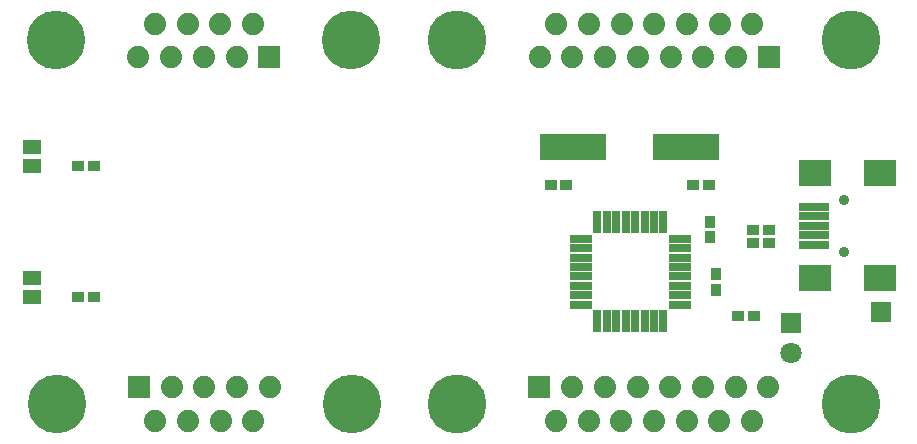
<source format=gbr>
G04 DipTrace 3.2.0.1*
G04 TopMask.gbr*
%MOIN*%
G04 #@! TF.FileFunction,Soldermask,Top*
G04 #@! TF.Part,Single*
%ADD35C,0.035433*%
%ADD40R,0.224409X0.086614*%
%ADD42R,0.074803X0.027559*%
%ADD44R,0.027559X0.074803*%
%ADD46C,0.19685*%
%ADD48C,0.195276*%
%ADD50C,0.074409*%
%ADD52R,0.066929X0.066929*%
%ADD54R,0.074409X0.074409*%
%ADD56R,0.064961X0.047244*%
%ADD58R,0.106299X0.086614*%
%ADD60R,0.098425X0.027559*%
%ADD62C,0.070866*%
%ADD64R,0.070866X0.070866*%
%ADD66R,0.043307X0.035433*%
%ADD68R,0.035433X0.043307*%
%FSLAX26Y26*%
G04*
G70*
G90*
G75*
G01*
G04 TopMask*
%LPD*%
D68*
X2731201Y1193701D3*
Y1244882D3*
X2712415Y1368827D3*
Y1420008D3*
D66*
X2181201Y1543701D3*
X2232382D3*
X2656201D3*
X2707382D3*
D64*
X2981193Y1081297D3*
D62*
Y981297D3*
D60*
X3056988Y1343504D3*
Y1375000D3*
Y1406496D3*
Y1437992D3*
Y1469488D3*
D58*
X3060925Y1231299D3*
Y1581693D3*
X3277461Y1231299D3*
Y1581693D3*
D35*
X3159350Y1319900D3*
Y1493129D3*
D56*
X449945Y1606201D3*
Y1669193D3*
Y1168701D3*
Y1231693D3*
D54*
X807479Y868701D3*
D52*
X3281224Y1118801D3*
D50*
X916534Y868701D3*
X1025589D3*
X1134644D3*
X1243699D3*
X862007Y756890D3*
X971062D3*
X1080117D3*
X1189172D3*
D48*
X533660Y812795D3*
X1517518D3*
D54*
X2142815Y868701D3*
D50*
X2251870D3*
X2360925D3*
X2469980D3*
X2579035D3*
X2688091D3*
X2797146D3*
X2906201D3*
X2197343Y756890D3*
X2306398D3*
X2415453D3*
X2524508D3*
X2633563D3*
X2742618D3*
X2851673D3*
D46*
X1868602Y812795D3*
X3180413D3*
D54*
X2907085Y1968701D3*
D50*
X2798030D3*
X2688975D3*
X2579920D3*
X2470865D3*
X2361810D3*
X2252755D3*
X2143699D3*
X2852558Y2080512D3*
X2743503D3*
X2634448D3*
X2525392D3*
X2416337D3*
X2307282D3*
X2198227D3*
D46*
X3181298Y2024606D3*
X1869487D3*
D54*
X1242421Y1968701D3*
D50*
X1133366D3*
X1024311D3*
X915256D3*
X806201D3*
X1187894Y2080512D3*
X1078839D3*
X969783D3*
X860728D3*
D48*
X1516240Y2024606D3*
X532382D3*
D66*
X606201Y1606201D3*
X657382D3*
X606201Y1168701D3*
X657382D3*
X2806175Y1106299D3*
X2857356D3*
D44*
X2556201Y1418701D3*
X2524705D3*
X2493209D3*
X2461713D3*
X2430217D3*
X2398720D3*
X2367224D3*
X2335728D3*
D42*
X2280610Y1363583D3*
Y1332087D3*
Y1300591D3*
Y1269094D3*
Y1237598D3*
Y1206102D3*
Y1174606D3*
Y1143110D3*
D44*
X2335728Y1087992D3*
X2367224D3*
X2398720D3*
X2430217D3*
X2461713D3*
X2493209D3*
X2524705D3*
X2556201D3*
D42*
X2611319Y1143110D3*
Y1174606D3*
Y1206102D3*
Y1237598D3*
Y1269094D3*
Y1300591D3*
Y1332087D3*
Y1363583D3*
D40*
X2256201Y1668701D3*
X2630217D3*
D66*
X2856180Y1393829D3*
X2907361D3*
X2856180Y1350075D3*
X2907361D3*
M02*

</source>
